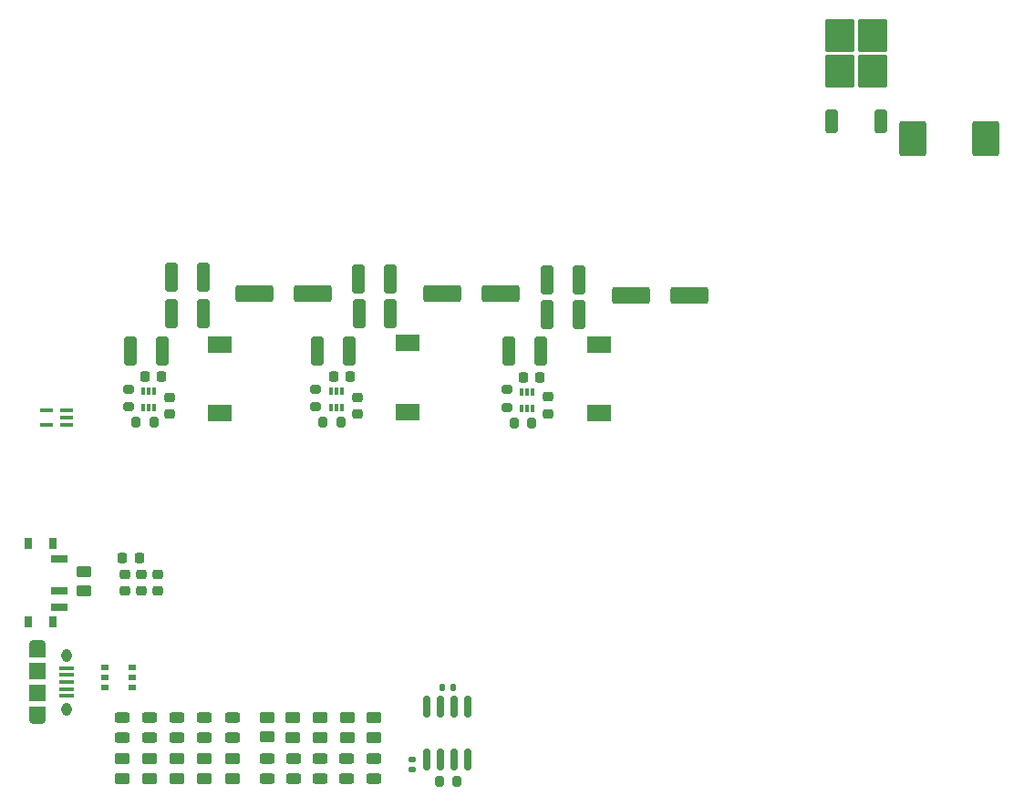
<source format=gbr>
%TF.GenerationSoftware,KiCad,Pcbnew,7.0.6*%
%TF.CreationDate,2024-02-06T00:02:57-07:00*%
%TF.ProjectId,Batt-Power-Prototype-2023_Lucy_V1,42617474-2d50-46f7-9765-722d50726f74,rev?*%
%TF.SameCoordinates,Original*%
%TF.FileFunction,Paste,Top*%
%TF.FilePolarity,Positive*%
%FSLAX46Y46*%
G04 Gerber Fmt 4.6, Leading zero omitted, Abs format (unit mm)*
G04 Created by KiCad (PCBNEW 7.0.6) date 2024-02-06 00:02:57*
%MOMM*%
%LPD*%
G01*
G04 APERTURE LIST*
G04 Aperture macros list*
%AMRoundRect*
0 Rectangle with rounded corners*
0 $1 Rounding radius*
0 $2 $3 $4 $5 $6 $7 $8 $9 X,Y pos of 4 corners*
0 Add a 4 corners polygon primitive as box body*
4,1,4,$2,$3,$4,$5,$6,$7,$8,$9,$2,$3,0*
0 Add four circle primitives for the rounded corners*
1,1,$1+$1,$2,$3*
1,1,$1+$1,$4,$5*
1,1,$1+$1,$6,$7*
1,1,$1+$1,$8,$9*
0 Add four rect primitives between the rounded corners*
20,1,$1+$1,$2,$3,$4,$5,0*
20,1,$1+$1,$4,$5,$6,$7,0*
20,1,$1+$1,$6,$7,$8,$9,0*
20,1,$1+$1,$8,$9,$2,$3,0*%
G04 Aperture macros list end*
%ADD10RoundRect,0.225000X-0.250000X0.225000X-0.250000X-0.225000X0.250000X-0.225000X0.250000X0.225000X0*%
%ADD11RoundRect,0.250000X0.450000X-0.262500X0.450000X0.262500X-0.450000X0.262500X-0.450000X-0.262500X0*%
%ADD12RoundRect,0.250000X-0.450000X0.262500X-0.450000X-0.262500X0.450000X-0.262500X0.450000X0.262500X0*%
%ADD13RoundRect,0.243750X0.456250X-0.243750X0.456250X0.243750X-0.456250X0.243750X-0.456250X-0.243750X0*%
%ADD14RoundRect,0.140000X0.140000X0.170000X-0.140000X0.170000X-0.140000X-0.170000X0.140000X-0.170000X0*%
%ADD15R,0.340000X0.700000*%
%ADD16RoundRect,0.200000X0.200000X0.275000X-0.200000X0.275000X-0.200000X-0.275000X0.200000X-0.275000X0*%
%ADD17RoundRect,0.250000X-1.500000X-0.550000X1.500000X-0.550000X1.500000X0.550000X-1.500000X0.550000X0*%
%ADD18RoundRect,0.250000X0.325000X1.100000X-0.325000X1.100000X-0.325000X-1.100000X0.325000X-1.100000X0*%
%ADD19RoundRect,0.243750X-0.456250X0.243750X-0.456250X-0.243750X0.456250X-0.243750X0.456250X0.243750X0*%
%ADD20RoundRect,0.225000X-0.225000X-0.250000X0.225000X-0.250000X0.225000X0.250000X-0.225000X0.250000X0*%
%ADD21RoundRect,0.250000X-0.325000X-1.100000X0.325000X-1.100000X0.325000X1.100000X-0.325000X1.100000X0*%
%ADD22R,2.200000X1.500000*%
%ADD23RoundRect,0.140000X0.170000X-0.140000X0.170000X0.140000X-0.170000X0.140000X-0.170000X-0.140000X0*%
%ADD24R,1.200000X0.400000*%
%ADD25RoundRect,0.250000X0.350000X-0.850000X0.350000X0.850000X-0.350000X0.850000X-0.350000X-0.850000X0*%
%ADD26RoundRect,0.250000X1.125000X-1.275000X1.125000X1.275000X-1.125000X1.275000X-1.125000X-1.275000X0*%
%ADD27RoundRect,0.200000X-0.275000X0.200000X-0.275000X-0.200000X0.275000X-0.200000X0.275000X0.200000X0*%
%ADD28O,1.550000X0.890000*%
%ADD29O,0.950000X1.250000*%
%ADD30R,1.350000X0.400000*%
%ADD31R,1.550000X1.200000*%
%ADD32R,1.550000X1.500000*%
%ADD33R,0.774700X0.508000*%
%ADD34RoundRect,0.150000X-0.150000X0.825000X-0.150000X-0.825000X0.150000X-0.825000X0.150000X0.825000X0*%
%ADD35RoundRect,0.250000X1.000000X-1.400000X1.000000X1.400000X-1.000000X1.400000X-1.000000X-1.400000X0*%
%ADD36R,0.800000X1.000000*%
%ADD37R,1.500000X0.700000*%
%ADD38RoundRect,0.218750X0.218750X0.256250X-0.218750X0.256250X-0.218750X-0.256250X0.218750X-0.256250X0*%
G04 APERTURE END LIST*
D10*
%TO.C,C30*%
X143800000Y-109475000D03*
X143800000Y-111025000D03*
%TD*%
%TO.C,C29*%
X126100000Y-109536000D03*
X126100000Y-111086000D03*
%TD*%
%TO.C,C28*%
X108650000Y-109525000D03*
X108650000Y-111075000D03*
%TD*%
D11*
%TO.C,R1*%
X100738000Y-127508500D03*
X100738000Y-125683500D03*
%TD*%
D12*
%TO.C,R5*%
X109393333Y-143087500D03*
X109393333Y-144912500D03*
%TD*%
D13*
%TO.C,D12*%
X127664000Y-144955000D03*
X127664000Y-143080000D03*
%TD*%
D14*
%TO.C,C15*%
X134980000Y-136450000D03*
X134020000Y-136450000D03*
%TD*%
D15*
%TO.C,U10*%
X142411250Y-109051000D03*
X141911250Y-109051000D03*
X141411250Y-109051000D03*
X141411250Y-110551000D03*
X141911250Y-110551000D03*
X142411250Y-110551000D03*
%TD*%
D12*
%TO.C,R22*%
X120084000Y-139245000D03*
X120084000Y-141070000D03*
%TD*%
D10*
%TO.C,C13*%
X106100000Y-125925000D03*
X106100000Y-127475000D03*
%TD*%
D11*
%TO.C,R12*%
X104300000Y-144912500D03*
X104300000Y-143087500D03*
%TD*%
D12*
%TO.C,R23*%
X122624000Y-139270000D03*
X122624000Y-141095000D03*
%TD*%
D16*
%TO.C,R8*%
X135375000Y-145200000D03*
X133725000Y-145200000D03*
%TD*%
D17*
%TO.C,C37*%
X116600000Y-99900000D03*
X122000000Y-99900000D03*
%TD*%
D18*
%TO.C,C35*%
X129200000Y-98500000D03*
X126250000Y-98500000D03*
%TD*%
D19*
%TO.C,D11*%
X104300000Y-139250000D03*
X104300000Y-141125000D03*
%TD*%
D18*
%TO.C,C33*%
X146688250Y-98613000D03*
X143738250Y-98613000D03*
%TD*%
D15*
%TO.C,U9*%
X124669000Y-108938000D03*
X124169000Y-108938000D03*
X123669000Y-108938000D03*
X123669000Y-110438000D03*
X124169000Y-110438000D03*
X124669000Y-110438000D03*
%TD*%
D18*
%TO.C,C32*%
X129211750Y-101714750D03*
X126261750Y-101714750D03*
%TD*%
D12*
%TO.C,R6*%
X111946666Y-143087500D03*
X111946666Y-144912500D03*
%TD*%
D10*
%TO.C,C12*%
X107601000Y-125925000D03*
X107601000Y-127475000D03*
%TD*%
D12*
%TO.C,R15*%
X127664000Y-139270000D03*
X127664000Y-141095000D03*
%TD*%
D16*
%TO.C,R18*%
X124575000Y-111850000D03*
X122925000Y-111850000D03*
%TD*%
D20*
%TO.C,C51*%
X106412250Y-107573000D03*
X107962250Y-107573000D03*
%TD*%
D21*
%TO.C,C25*%
X105028250Y-105173000D03*
X107978250Y-105173000D03*
%TD*%
D22*
%TO.C,L3*%
X148600000Y-111000000D03*
X148600000Y-104600000D03*
%TD*%
D23*
%TO.C,C16*%
X131250000Y-144080000D03*
X131250000Y-143120000D03*
%TD*%
D24*
%TO.C,IC1*%
X99150000Y-112050000D03*
X99150000Y-111400000D03*
X99150000Y-110750000D03*
X97250000Y-110750000D03*
X97250000Y-112050000D03*
%TD*%
D12*
%TO.C,R9*%
X117750000Y-139237500D03*
X117750000Y-141062500D03*
%TD*%
D25*
%TO.C,D10*%
X170176000Y-83873000D03*
D26*
X170931000Y-79248000D03*
X173981000Y-79248000D03*
X170931000Y-75898000D03*
X173981000Y-75898000D03*
D25*
X174736000Y-83873000D03*
%TD*%
D12*
%TO.C,R7*%
X114500000Y-143087500D03*
X114500000Y-144912500D03*
%TD*%
D15*
%TO.C,U17*%
X107257250Y-108923250D03*
X106757250Y-108923250D03*
X106257250Y-108923250D03*
X106257250Y-110423250D03*
X106757250Y-110423250D03*
X107257250Y-110423250D03*
%TD*%
D27*
%TO.C,R19*%
X122250000Y-108725000D03*
X122250000Y-110375000D03*
%TD*%
%TO.C,R21*%
X140000000Y-108775000D03*
X140000000Y-110425000D03*
%TD*%
D21*
%TO.C,C26*%
X122440000Y-105187750D03*
X125390000Y-105187750D03*
%TD*%
D18*
%TO.C,C31*%
X111800000Y-101700000D03*
X108850000Y-101700000D03*
%TD*%
D28*
%TO.C,J2*%
X96433000Y-132450000D03*
D29*
X99133000Y-133450000D03*
X99133000Y-138450000D03*
D28*
X96433000Y-139450000D03*
D30*
X99133000Y-134650000D03*
X99133000Y-135300000D03*
X99133000Y-135950000D03*
X99133000Y-136600000D03*
X99133000Y-137250000D03*
D31*
X96433000Y-133050000D03*
D32*
X96433000Y-134950000D03*
X96433000Y-136950000D03*
D31*
X96433000Y-138850000D03*
%TD*%
D13*
%TO.C,D13*%
X120200000Y-144937500D03*
X120200000Y-143062500D03*
%TD*%
D33*
%TO.C,D2*%
X102672700Y-134549998D03*
X102672700Y-135499999D03*
X102672700Y-136450000D03*
X105200000Y-136450000D03*
X105200000Y-135499999D03*
X105200000Y-134549998D03*
%TD*%
D19*
%TO.C,D4*%
X111946666Y-139252500D03*
X111946666Y-141127500D03*
%TD*%
D22*
%TO.C,L2*%
X130800000Y-110850000D03*
X130800000Y-104450000D03*
%TD*%
D21*
%TO.C,C27*%
X140175000Y-105200000D03*
X143125000Y-105200000D03*
%TD*%
D13*
%TO.C,D15*%
X125150000Y-144955000D03*
X125150000Y-143080000D03*
%TD*%
D10*
%TO.C,C14*%
X104553000Y-125925000D03*
X104553000Y-127475000D03*
%TD*%
D27*
%TO.C,R17*%
X104850000Y-108725000D03*
X104850000Y-110375000D03*
%TD*%
D22*
%TO.C,L1*%
X113350000Y-111000000D03*
X113350000Y-104600000D03*
%TD*%
D20*
%TO.C,C53*%
X141525000Y-107650000D03*
X143075000Y-107650000D03*
%TD*%
D16*
%TO.C,R16*%
X107225000Y-111850000D03*
X105575000Y-111850000D03*
%TD*%
D34*
%TO.C,U4*%
X136405000Y-138225000D03*
X135135000Y-138225000D03*
X133865000Y-138225000D03*
X132595000Y-138225000D03*
X132595000Y-143175000D03*
X133865000Y-143175000D03*
X135135000Y-143175000D03*
X136405000Y-143175000D03*
%TD*%
D11*
%TO.C,R2*%
X106840000Y-144912500D03*
X106840000Y-143087500D03*
%TD*%
D17*
%TO.C,C38*%
X134000000Y-99900000D03*
X139400000Y-99900000D03*
%TD*%
D20*
%TO.C,C52*%
X123896750Y-107587750D03*
X125446750Y-107587750D03*
%TD*%
D18*
%TO.C,C34*%
X111800000Y-98358250D03*
X108850000Y-98358250D03*
%TD*%
D19*
%TO.C,D3*%
X109393333Y-139252500D03*
X109393333Y-141127500D03*
%TD*%
D17*
%TO.C,C39*%
X151542000Y-100049750D03*
X156942000Y-100049750D03*
%TD*%
D35*
%TO.C,D9*%
X177698000Y-85471000D03*
X184498000Y-85471000D03*
%TD*%
D36*
%TO.C,SW2*%
X97815000Y-123074000D03*
X95605000Y-123074000D03*
X97815000Y-130374000D03*
X95605000Y-130374000D03*
D37*
X98465000Y-124474000D03*
X98465000Y-127474000D03*
X98465000Y-128974000D03*
%TD*%
D38*
%TO.C,FB1*%
X105887500Y-124414000D03*
X104312500Y-124414000D03*
%TD*%
D13*
%TO.C,D8*%
X117750000Y-144945000D03*
X117750000Y-143070000D03*
%TD*%
D16*
%TO.C,R20*%
X142325000Y-111900000D03*
X140675000Y-111900000D03*
%TD*%
D13*
%TO.C,D14*%
X122624000Y-144955000D03*
X122624000Y-143080000D03*
%TD*%
D18*
%TO.C,C36*%
X146700000Y-101827750D03*
X143750000Y-101827750D03*
%TD*%
D12*
%TO.C,R24*%
X125200000Y-139270000D03*
X125200000Y-141095000D03*
%TD*%
D19*
%TO.C,D5*%
X114500000Y-139252500D03*
X114500000Y-141127500D03*
%TD*%
D13*
%TO.C,D1*%
X106840000Y-141125000D03*
X106840000Y-139250000D03*
%TD*%
M02*

</source>
